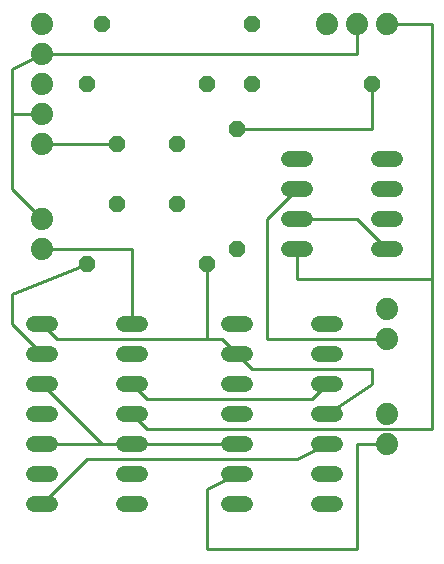
<source format=gbl>
G75*
G70*
%OFA0B0*%
%FSLAX24Y24*%
%IPPOS*%
%LPD*%
%AMOC8*
5,1,8,0,0,1.08239X$1,22.5*
%
%ADD10C,0.0520*%
%ADD11OC8,0.0520*%
%ADD12C,0.0740*%
%ADD13C,0.0100*%
D10*
X004341Y002601D02*
X004861Y002601D01*
X004861Y003601D02*
X004341Y003601D01*
X004341Y004601D02*
X004861Y004601D01*
X004861Y005601D02*
X004341Y005601D01*
X004341Y006601D02*
X004861Y006601D01*
X004861Y007601D02*
X004341Y007601D01*
X004341Y008601D02*
X004861Y008601D01*
X007341Y008601D02*
X007861Y008601D01*
X007861Y007601D02*
X007341Y007601D01*
X007341Y006601D02*
X007861Y006601D01*
X007861Y005601D02*
X007341Y005601D01*
X007341Y004601D02*
X007861Y004601D01*
X007861Y003601D02*
X007341Y003601D01*
X007341Y002601D02*
X007861Y002601D01*
X010841Y002601D02*
X011361Y002601D01*
X011361Y003601D02*
X010841Y003601D01*
X010841Y004601D02*
X011361Y004601D01*
X011361Y005601D02*
X010841Y005601D01*
X010841Y006601D02*
X011361Y006601D01*
X011361Y007601D02*
X010841Y007601D01*
X010841Y008601D02*
X011361Y008601D01*
X013841Y008601D02*
X014361Y008601D01*
X014361Y007601D02*
X013841Y007601D01*
X013841Y006601D02*
X014361Y006601D01*
X014361Y005601D02*
X013841Y005601D01*
X013841Y004601D02*
X014361Y004601D01*
X014361Y003601D02*
X013841Y003601D01*
X013841Y002601D02*
X014361Y002601D01*
X013361Y011101D02*
X012841Y011101D01*
X012841Y012101D02*
X013361Y012101D01*
X013361Y013101D02*
X012841Y013101D01*
X012841Y014101D02*
X013361Y014101D01*
X015841Y014101D02*
X016361Y014101D01*
X016361Y013101D02*
X015841Y013101D01*
X015841Y012101D02*
X016361Y012101D01*
X016361Y011101D02*
X015841Y011101D01*
D11*
X011101Y011101D03*
X010101Y010601D03*
X009101Y012601D03*
X009101Y014601D03*
X010101Y016601D03*
X011101Y015101D03*
X011601Y016601D03*
X011601Y018601D03*
X015601Y016601D03*
X007101Y014601D03*
X007101Y012601D03*
X006101Y010601D03*
X006101Y016601D03*
X006601Y018601D03*
D12*
X004601Y018601D03*
X004601Y017601D03*
X004601Y016601D03*
X004601Y015601D03*
X004601Y014601D03*
X004601Y012101D03*
X004601Y011101D03*
X014101Y018601D03*
X015101Y018601D03*
X016101Y018601D03*
X016101Y009101D03*
X016101Y008101D03*
X016101Y005601D03*
X016101Y004601D03*
D13*
X015101Y004601D01*
X015101Y001101D01*
X010101Y001101D01*
X010101Y003101D01*
X011101Y003601D01*
X011101Y004601D02*
X007601Y004601D01*
X006601Y004601D01*
X004601Y006601D01*
X004601Y007601D02*
X003601Y008601D01*
X003601Y009601D01*
X006101Y010601D01*
X007601Y011101D02*
X004601Y011101D01*
X004601Y012101D02*
X003601Y013101D01*
X003601Y015601D01*
X003601Y017101D01*
X004601Y017601D01*
X015101Y017601D01*
X015101Y018601D01*
X016101Y018601D02*
X017601Y018601D01*
X017601Y010101D01*
X017601Y005101D01*
X008101Y005101D01*
X007601Y005601D01*
X008101Y006101D02*
X013601Y006101D01*
X014101Y006601D01*
X014101Y005601D02*
X015601Y006601D01*
X015601Y007101D01*
X011601Y007101D01*
X011101Y007601D01*
X010601Y008101D01*
X010101Y008101D01*
X010101Y010601D01*
X012101Y012101D02*
X012101Y008101D01*
X016101Y008101D01*
X017601Y010101D02*
X013101Y010101D01*
X013101Y011101D01*
X013101Y012101D02*
X015101Y012101D01*
X016101Y011101D01*
X013101Y013101D02*
X012101Y012101D01*
X011101Y015101D02*
X015601Y015101D01*
X015601Y016601D01*
X010101Y008101D02*
X005101Y008101D01*
X004601Y008601D01*
X007601Y008601D02*
X007601Y011101D01*
X007101Y014601D02*
X004601Y014601D01*
X004601Y015601D02*
X003601Y015601D01*
X007601Y006601D02*
X008101Y006101D01*
X006601Y004601D02*
X004601Y004601D01*
X006101Y004101D02*
X013101Y004101D01*
X014101Y004601D01*
X006101Y004101D02*
X004601Y002601D01*
M02*

</source>
